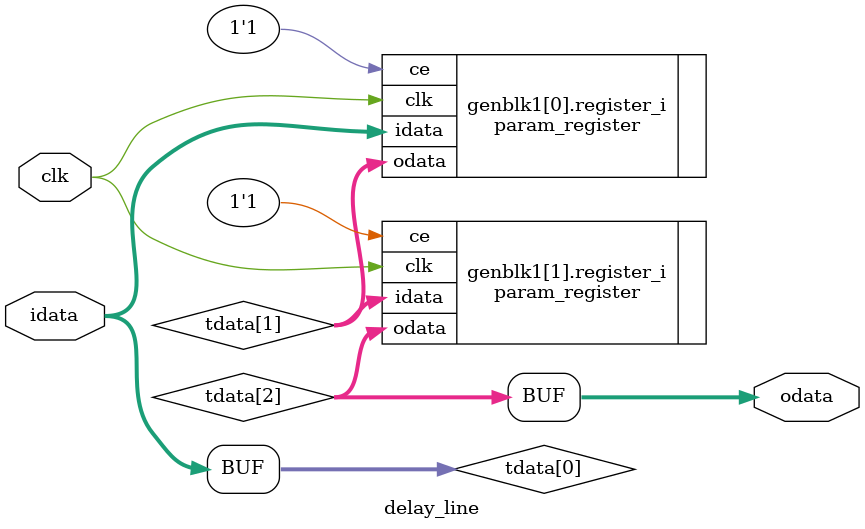
<source format=v>
`timescale 1ns / 1ps

module delay_line#
(
 parameter N=10,
 parameter DELAY = 2
)
(   
    input clk,
    input [N-1:0]idata,
    output [N-1:0]odata
    );
    wire [N-1:0] tdata[DELAY:0];
    assign tdata[0]=idata;
    assign odata=tdata[DELAY];    
    
    genvar i;
    generate
    for(i=0;i<DELAY;i=i+1)
    begin
    
    param_register  #(
        .N(N)
    )register_i
    (
       .clk(clk),
       .ce(1'b1),
       .idata(tdata[i]),
       .odata(tdata[i+1])        
    );
    end
    endgenerate
    
endmodule

</source>
